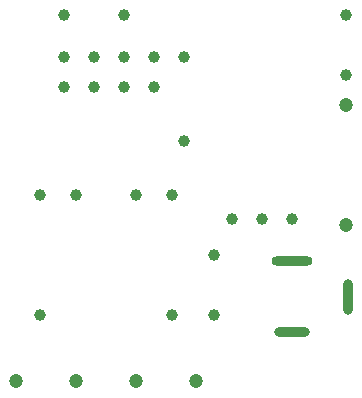
<source format=gbr>
G04 Generated by Ultiboard 14.1 *
%FSLAX34Y34*%
%MOMM*%

%ADD10C,0.0001*%
%ADD11C,1.0000*%
%ADD12C,1.2000*%
%ADD13O,0.8000X3.0000*%
%ADD14O,3.0000X0.8000*%
%ADD15O,3.5000X0.8000*%


G04 ColorRGB 000000 for the following layer *
%LNBohrung-Copper Top-Copper Bottom*%
%LPD*%
G54D11*
X182880Y238760D03*
X182880Y309880D03*
X60960Y91440D03*
X60960Y193040D03*
X172720Y193040D03*
X172720Y91440D03*
X208280Y91440D03*
X208280Y142240D03*
X142240Y193040D03*
X91440Y193040D03*
X320040Y294640D03*
X320040Y345440D03*
X81280Y345440D03*
X132080Y345440D03*
X248920Y172720D03*
X223520Y172720D03*
X274320Y172720D03*
X157480Y284480D03*
X132080Y284480D03*
X106680Y284480D03*
X81280Y284480D03*
X81280Y309880D03*
X132080Y309880D03*
X106680Y309880D03*
X157480Y309880D03*
G54D12*
X40640Y35560D03*
X91440Y35560D03*
X142240Y35560D03*
X193040Y35560D03*
X320040Y269240D03*
X320040Y167640D03*
G54D13*
X322320Y107160D03*
G54D14*
X274320Y77160D03*
G54D15*
X274320Y137160D03*

M02*

</source>
